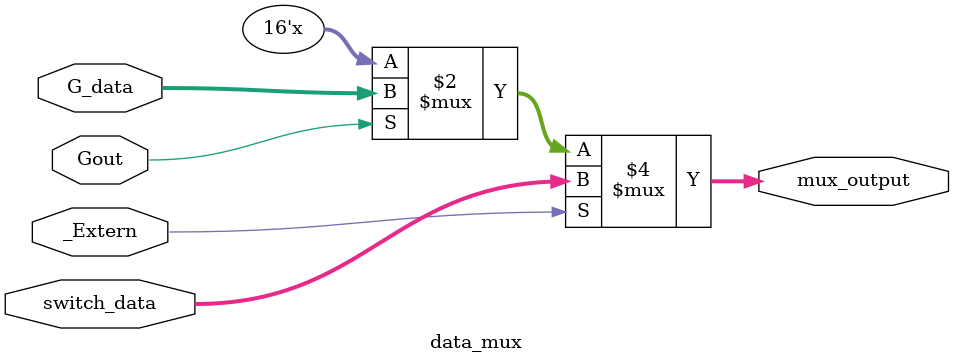
<source format=v>
module data_mux(input [15:0] switch_data,
                input [15:0] G_data,
                input Gout,
                input _Extern,
                output reg [15:0] mux_output);

    always@(*)
    begin
        if(Gout)
            mux_output <= G_data;

        if(_Extern)
            mux_output <= switch_data;
            
    end
        
endmodule
</source>
